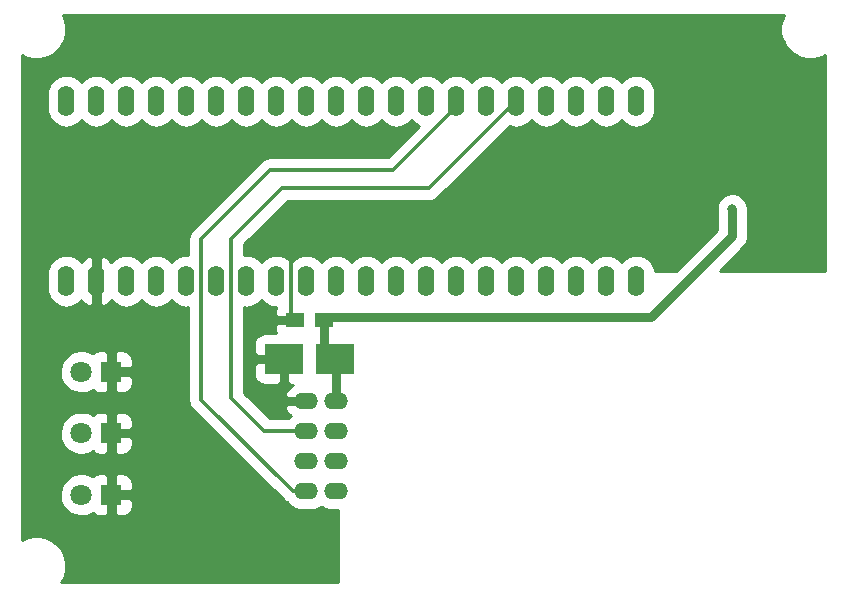
<source format=gbl>
G04 #@! TF.GenerationSoftware,KiCad,Pcbnew,no-vcs-found-5f4599f~59~ubuntu16.04.1*
G04 #@! TF.CreationDate,2017-07-19T11:29:47+03:00*
G04 #@! TF.ProjectId,serial_gw_maple_mini,73657269616C5F67775F6D61706C655F,rev?*
G04 #@! TF.SameCoordinates,Original
G04 #@! TF.FileFunction,Copper,L2,Bot,Signal*
G04 #@! TF.FilePolarity,Positive*
%FSLAX46Y46*%
G04 Gerber Fmt 4.6, Leading zero omitted, Abs format (unit mm)*
G04 Created by KiCad (PCBNEW no-vcs-found-5f4599f~59~ubuntu16.04.1) date Wed Jul 19 11:29:47 2017*
%MOMM*%
%LPD*%
G01*
G04 APERTURE LIST*
%ADD10O,2.000000X1.400000*%
%ADD11O,1.400000X2.600000*%
%ADD12R,3.200000X2.500000*%
%ADD13R,1.500000X1.250000*%
%ADD14C,1.800000*%
%ADD15R,1.800000X1.800000*%
%ADD16C,0.450000*%
%ADD17C,0.800000*%
%ADD18C,0.350000*%
%ADD19C,0.800000*%
%ADD20C,0.254000*%
G04 APERTURE END LIST*
D10*
X165100000Y-81280000D03*
X167640000Y-81280000D03*
X165100000Y-78740000D03*
X167640000Y-78740000D03*
X165100000Y-76200000D03*
X167640000Y-76200000D03*
X165100000Y-73660000D03*
X167640000Y-73660000D03*
D11*
X144780000Y-48260000D03*
X147320000Y-48260000D03*
X149860000Y-48260000D03*
X152400000Y-48260000D03*
X154940000Y-48260000D03*
X157480000Y-48260000D03*
X160020000Y-48260000D03*
X162560000Y-48260000D03*
X165100000Y-48260000D03*
X167640000Y-48260000D03*
X170180000Y-48260000D03*
X172720000Y-48260000D03*
X175260000Y-48260000D03*
X177800000Y-48260000D03*
X180340000Y-48260000D03*
X182880000Y-48260000D03*
X185420000Y-48260000D03*
X187960000Y-48260000D03*
X190500000Y-48260000D03*
X193040000Y-48260000D03*
X193040000Y-63500000D03*
X190500000Y-63500000D03*
X187960000Y-63500000D03*
X185420000Y-63500000D03*
X182880000Y-63500000D03*
X180340000Y-63500000D03*
X177800000Y-63500000D03*
X175260000Y-63500000D03*
X172720000Y-63500000D03*
X170180000Y-63500000D03*
X167640000Y-63500000D03*
X165100000Y-63500000D03*
X162560000Y-63500000D03*
X160020000Y-63500000D03*
X157480000Y-63500000D03*
X154940000Y-63500000D03*
X152400000Y-63500000D03*
X149860000Y-63500000D03*
X147320000Y-63500000D03*
X144780000Y-63500000D03*
D12*
X163204000Y-70104000D03*
X167504000Y-70104000D03*
D13*
X164104000Y-66802000D03*
X166604000Y-66802000D03*
D14*
X146050000Y-81584800D03*
D15*
X148590000Y-81584800D03*
X148590000Y-76377800D03*
D14*
X146050000Y-76377800D03*
X146050000Y-71170800D03*
D15*
X148590000Y-71170800D03*
D16*
X147129286Y-43332500D03*
X149669286Y-43332500D03*
X152209286Y-43332500D03*
X154749286Y-43332500D03*
X157289286Y-43332500D03*
X159829286Y-43332500D03*
X162369286Y-43332500D03*
X164909286Y-43332500D03*
X167449286Y-43332500D03*
X169989286Y-43332500D03*
X172529286Y-43332500D03*
X175069286Y-43332500D03*
X177609286Y-43332500D03*
X180149286Y-43332500D03*
X182689286Y-43332500D03*
X185229286Y-43332500D03*
X187769286Y-43332500D03*
X190309286Y-43332500D03*
X192849286Y-43332500D03*
X195389286Y-43332500D03*
X197929286Y-43332500D03*
X200469286Y-43332500D03*
X203009286Y-43332500D03*
X205549286Y-43332500D03*
X142049286Y-45872500D03*
X144589286Y-45872500D03*
X147129286Y-45872500D03*
X149669286Y-45872500D03*
X152209286Y-45872500D03*
X154749286Y-45872500D03*
X157289286Y-45872500D03*
X159829286Y-45872500D03*
X162369286Y-45872500D03*
X164909286Y-45872500D03*
X167449286Y-45872500D03*
X169989286Y-45872500D03*
X172529286Y-45872500D03*
X175069286Y-45872500D03*
X177609286Y-45872500D03*
X180149286Y-45872500D03*
X182689286Y-45872500D03*
X185229286Y-45872500D03*
X187769286Y-45872500D03*
X190309286Y-45872500D03*
X192849286Y-45872500D03*
X195389286Y-45872500D03*
X205549286Y-45872500D03*
X208089286Y-45872500D03*
X142049286Y-48412500D03*
X195389286Y-48412500D03*
X205549286Y-48412500D03*
X208089286Y-48412500D03*
X142049286Y-50952500D03*
X144589286Y-50952500D03*
X147129286Y-50952500D03*
X157289286Y-50952500D03*
X159829286Y-50952500D03*
X182689286Y-50952500D03*
X185229286Y-50952500D03*
X187769286Y-50952500D03*
X190309286Y-50952500D03*
X192849286Y-50952500D03*
X205549286Y-50952500D03*
X208089286Y-50952500D03*
X142049286Y-53492500D03*
X144589286Y-53492500D03*
X154749286Y-53492500D03*
X157289286Y-53492500D03*
X180149286Y-53492500D03*
X182689286Y-53492500D03*
X185229286Y-53492500D03*
X187769286Y-53492500D03*
X190309286Y-53492500D03*
X192849286Y-53492500D03*
X195389286Y-53492500D03*
X197929286Y-53492500D03*
X205549286Y-53492500D03*
X208089286Y-53492500D03*
X142049286Y-56032500D03*
X152209286Y-56032500D03*
X154749286Y-56032500D03*
X177609286Y-56032500D03*
X180149286Y-56032500D03*
X182689286Y-56032500D03*
X185229286Y-56032500D03*
X187769286Y-56032500D03*
X190309286Y-56032500D03*
X192849286Y-56032500D03*
X195389286Y-56032500D03*
X205549286Y-56032500D03*
X208089286Y-56032500D03*
X149669286Y-58572500D03*
X152209286Y-58572500D03*
X172529286Y-58572500D03*
X175069286Y-58572500D03*
X177609286Y-58572500D03*
X180149286Y-58572500D03*
X182689286Y-58572500D03*
X185229286Y-58572500D03*
X187769286Y-58572500D03*
X190309286Y-58572500D03*
X192849286Y-58572500D03*
X195389286Y-58572500D03*
X197929286Y-58572500D03*
X203009286Y-58572500D03*
X205549286Y-58572500D03*
X208089286Y-58572500D03*
X147129286Y-61112500D03*
X149669286Y-61112500D03*
X152209286Y-61112500D03*
X167449286Y-61112500D03*
X169989286Y-61112500D03*
X172529286Y-61112500D03*
X175069286Y-61112500D03*
X177609286Y-61112500D03*
X180149286Y-61112500D03*
X182689286Y-61112500D03*
X185229286Y-61112500D03*
X187769286Y-61112500D03*
X190309286Y-61112500D03*
X192849286Y-61112500D03*
X195389286Y-61112500D03*
X197929286Y-61112500D03*
X205549286Y-61112500D03*
X208089286Y-61112500D03*
X144589286Y-66192500D03*
X147129286Y-66192500D03*
X149669286Y-66192500D03*
X152209286Y-66192500D03*
X162369286Y-66192500D03*
X144589286Y-68732500D03*
X147129286Y-68732500D03*
X149669286Y-68732500D03*
X152209286Y-68732500D03*
X152209286Y-71272500D03*
X147129286Y-73812500D03*
X149669286Y-73812500D03*
X152209286Y-73812500D03*
X162369286Y-73812500D03*
X152209286Y-76352500D03*
X154749286Y-76352500D03*
X147129286Y-78892500D03*
X149669286Y-78892500D03*
X152209286Y-78892500D03*
X154749286Y-78892500D03*
X157289286Y-78892500D03*
X141287286Y-81432500D03*
X152209286Y-81432500D03*
X154749286Y-81432500D03*
X157289286Y-81432500D03*
X159829286Y-81432500D03*
X141287286Y-83972500D03*
X147129286Y-83972500D03*
X149669286Y-83972500D03*
X152209286Y-83972500D03*
X154749286Y-83972500D03*
X157289286Y-83972500D03*
X159829286Y-83972500D03*
X162369286Y-83972500D03*
X164909286Y-83972500D03*
X167449286Y-83972500D03*
X147129286Y-86512500D03*
X149669286Y-86512500D03*
X152209286Y-86512500D03*
X154749286Y-86512500D03*
X157289286Y-86512500D03*
X159829286Y-86512500D03*
X162369286Y-86512500D03*
X164909286Y-86512500D03*
X167449286Y-86512500D03*
D17*
X163830000Y-61214000D03*
X201168000Y-57404002D03*
D18*
X164104000Y-66802000D02*
X164084000Y-66802000D01*
X164084000Y-66802000D02*
X163830000Y-66548000D01*
X163830000Y-66548000D02*
X163830000Y-61214000D01*
D19*
X166604000Y-66802000D02*
X166858000Y-66548000D01*
X166858000Y-66548000D02*
X194310000Y-66548000D01*
X194310000Y-66548000D02*
X201168000Y-59690000D01*
X201168000Y-59690000D02*
X201168000Y-57404002D01*
X167640000Y-73660000D02*
X167640000Y-70240000D01*
X167640000Y-70240000D02*
X167504000Y-70104000D01*
X166604000Y-66802000D02*
X166604000Y-69204000D01*
X166604000Y-69204000D02*
X167504000Y-70104000D01*
D18*
X165100000Y-76200000D02*
X161544000Y-76200000D01*
X161544000Y-76200000D02*
X158755199Y-73411199D01*
X158755199Y-59938801D02*
X163068000Y-55626000D01*
X158755199Y-73411199D02*
X158755199Y-59938801D01*
X163068000Y-55626000D02*
X175514000Y-55626000D01*
X175514000Y-55626000D02*
X182880000Y-48260000D01*
X177800000Y-48260000D02*
X177800000Y-48768000D01*
X162052000Y-54102000D02*
X156215199Y-59938801D01*
X177800000Y-48768000D02*
X172466000Y-54102000D01*
X172466000Y-54102000D02*
X162052000Y-54102000D01*
X156215199Y-59938801D02*
X156215199Y-73540199D01*
X156215199Y-73540199D02*
X163955000Y-81280000D01*
X163955000Y-81280000D02*
X164700000Y-81280000D01*
X164700000Y-81280000D02*
X165100000Y-81280000D01*
D20*
G36*
X205351633Y-41396214D02*
X205248598Y-41880955D01*
X205241678Y-42376477D01*
X205331138Y-42863906D01*
X205513570Y-43324675D01*
X205782024Y-43741235D01*
X206126276Y-44097719D01*
X206533214Y-44380547D01*
X206987336Y-44578948D01*
X207471345Y-44685365D01*
X207966807Y-44695743D01*
X208454848Y-44609688D01*
X208916880Y-44430478D01*
X208998000Y-44378998D01*
X208998000Y-62611000D01*
X200123661Y-62611000D01*
X202106331Y-60628330D01*
X202184119Y-60533630D01*
X202262926Y-60439711D01*
X202266289Y-60433593D01*
X202270716Y-60428204D01*
X202328616Y-60320221D01*
X202387693Y-60212761D01*
X202389803Y-60206108D01*
X202393100Y-60199960D01*
X202428928Y-60082772D01*
X202466002Y-59965899D01*
X202466780Y-59958962D01*
X202468820Y-59952290D01*
X202481204Y-59830367D01*
X202494871Y-59708528D01*
X202494966Y-59694887D01*
X202494992Y-59694631D01*
X202494969Y-59694392D01*
X202495000Y-59690000D01*
X202495000Y-57404002D01*
X202493460Y-57388293D01*
X202495057Y-57273883D01*
X202444510Y-57018601D01*
X202345341Y-56777999D01*
X202201327Y-56561241D01*
X202017955Y-56376583D01*
X201802207Y-56231060D01*
X201562303Y-56130214D01*
X201307380Y-56077886D01*
X201047149Y-56076069D01*
X200791520Y-56124833D01*
X200550231Y-56222320D01*
X200332473Y-56364816D01*
X200146540Y-56546896D01*
X199999514Y-56761622D01*
X199896996Y-57000816D01*
X199842889Y-57255367D01*
X199839255Y-57515580D01*
X199841000Y-57525088D01*
X199841000Y-59140339D01*
X196370338Y-62611000D01*
X194639720Y-62611000D01*
X194636014Y-62573205D01*
X194544236Y-62269222D01*
X194395163Y-61988856D01*
X194194472Y-61742784D01*
X193949807Y-61540380D01*
X193670488Y-61389353D01*
X193367154Y-61295455D01*
X193051359Y-61262264D01*
X192735131Y-61291043D01*
X192430515Y-61380696D01*
X192149115Y-61527808D01*
X191901648Y-61726777D01*
X191769683Y-61884047D01*
X191654472Y-61742784D01*
X191409807Y-61540380D01*
X191130488Y-61389353D01*
X190827154Y-61295455D01*
X190511359Y-61262264D01*
X190195131Y-61291043D01*
X189890515Y-61380696D01*
X189609115Y-61527808D01*
X189361648Y-61726777D01*
X189229683Y-61884047D01*
X189114472Y-61742784D01*
X188869807Y-61540380D01*
X188590488Y-61389353D01*
X188287154Y-61295455D01*
X187971359Y-61262264D01*
X187655131Y-61291043D01*
X187350515Y-61380696D01*
X187069115Y-61527808D01*
X186821648Y-61726777D01*
X186689683Y-61884047D01*
X186574472Y-61742784D01*
X186329807Y-61540380D01*
X186050488Y-61389353D01*
X185747154Y-61295455D01*
X185431359Y-61262264D01*
X185115131Y-61291043D01*
X184810515Y-61380696D01*
X184529115Y-61527808D01*
X184281648Y-61726777D01*
X184149683Y-61884047D01*
X184034472Y-61742784D01*
X183789807Y-61540380D01*
X183510488Y-61389353D01*
X183207154Y-61295455D01*
X182891359Y-61262264D01*
X182575131Y-61291043D01*
X182270515Y-61380696D01*
X181989115Y-61527808D01*
X181741648Y-61726777D01*
X181609683Y-61884047D01*
X181494472Y-61742784D01*
X181249807Y-61540380D01*
X180970488Y-61389353D01*
X180667154Y-61295455D01*
X180351359Y-61262264D01*
X180035131Y-61291043D01*
X179730515Y-61380696D01*
X179449115Y-61527808D01*
X179201648Y-61726777D01*
X179069683Y-61884047D01*
X178954472Y-61742784D01*
X178709807Y-61540380D01*
X178430488Y-61389353D01*
X178127154Y-61295455D01*
X177811359Y-61262264D01*
X177495131Y-61291043D01*
X177190515Y-61380696D01*
X176909115Y-61527808D01*
X176661648Y-61726777D01*
X176529683Y-61884047D01*
X176414472Y-61742784D01*
X176169807Y-61540380D01*
X175890488Y-61389353D01*
X175587154Y-61295455D01*
X175271359Y-61262264D01*
X174955131Y-61291043D01*
X174650515Y-61380696D01*
X174369115Y-61527808D01*
X174121648Y-61726777D01*
X173989683Y-61884047D01*
X173874472Y-61742784D01*
X173629807Y-61540380D01*
X173350488Y-61389353D01*
X173047154Y-61295455D01*
X172731359Y-61262264D01*
X172415131Y-61291043D01*
X172110515Y-61380696D01*
X171829115Y-61527808D01*
X171581648Y-61726777D01*
X171449683Y-61884047D01*
X171334472Y-61742784D01*
X171089807Y-61540380D01*
X170810488Y-61389353D01*
X170507154Y-61295455D01*
X170191359Y-61262264D01*
X169875131Y-61291043D01*
X169570515Y-61380696D01*
X169289115Y-61527808D01*
X169041648Y-61726777D01*
X168909683Y-61884047D01*
X168794472Y-61742784D01*
X168549807Y-61540380D01*
X168270488Y-61389353D01*
X167967154Y-61295455D01*
X167651359Y-61262264D01*
X167335131Y-61291043D01*
X167030515Y-61380696D01*
X166749115Y-61527808D01*
X166501648Y-61726777D01*
X166369683Y-61884047D01*
X166254472Y-61742784D01*
X166009807Y-61540380D01*
X165730488Y-61389353D01*
X165427154Y-61295455D01*
X165111359Y-61262264D01*
X164795131Y-61291043D01*
X164490515Y-61380696D01*
X164209115Y-61527808D01*
X163961648Y-61726777D01*
X163829683Y-61884047D01*
X163714472Y-61742784D01*
X163469807Y-61540380D01*
X163190488Y-61389353D01*
X162887154Y-61295455D01*
X162571359Y-61262264D01*
X162255131Y-61291043D01*
X161950515Y-61380696D01*
X161669115Y-61527808D01*
X161421648Y-61726777D01*
X161289683Y-61884047D01*
X161174472Y-61742784D01*
X160929807Y-61540380D01*
X160650488Y-61389353D01*
X160347154Y-61295455D01*
X160031359Y-61262264D01*
X159857199Y-61278114D01*
X159857199Y-60395265D01*
X163524463Y-56728000D01*
X175514000Y-56728000D01*
X175615296Y-56718068D01*
X175716714Y-56709195D01*
X175722278Y-56707579D01*
X175728046Y-56707013D01*
X175825545Y-56677576D01*
X175923247Y-56649191D01*
X175928388Y-56646526D01*
X175933940Y-56644850D01*
X176023845Y-56597046D01*
X176114192Y-56550215D01*
X176118722Y-56546599D01*
X176123837Y-56543879D01*
X176202694Y-56479565D01*
X176282276Y-56416036D01*
X176290344Y-56408080D01*
X176290507Y-56407947D01*
X176290632Y-56407796D01*
X176293232Y-56405232D01*
X182309307Y-50389157D01*
X182552846Y-50464545D01*
X182868641Y-50497736D01*
X183184869Y-50468957D01*
X183489485Y-50379304D01*
X183770885Y-50232192D01*
X184018352Y-50033223D01*
X184150317Y-49875953D01*
X184265528Y-50017216D01*
X184510193Y-50219620D01*
X184789512Y-50370647D01*
X185092846Y-50464545D01*
X185408641Y-50497736D01*
X185724869Y-50468957D01*
X186029485Y-50379304D01*
X186310885Y-50232192D01*
X186558352Y-50033223D01*
X186690317Y-49875953D01*
X186805528Y-50017216D01*
X187050193Y-50219620D01*
X187329512Y-50370647D01*
X187632846Y-50464545D01*
X187948641Y-50497736D01*
X188264869Y-50468957D01*
X188569485Y-50379304D01*
X188850885Y-50232192D01*
X189098352Y-50033223D01*
X189230317Y-49875953D01*
X189345528Y-50017216D01*
X189590193Y-50219620D01*
X189869512Y-50370647D01*
X190172846Y-50464545D01*
X190488641Y-50497736D01*
X190804869Y-50468957D01*
X191109485Y-50379304D01*
X191390885Y-50232192D01*
X191638352Y-50033223D01*
X191770317Y-49875953D01*
X191885528Y-50017216D01*
X192130193Y-50219620D01*
X192409512Y-50370647D01*
X192712846Y-50464545D01*
X193028641Y-50497736D01*
X193344869Y-50468957D01*
X193649485Y-50379304D01*
X193930885Y-50232192D01*
X194178352Y-50033223D01*
X194382460Y-49789977D01*
X194535433Y-49511719D01*
X194631446Y-49209048D01*
X194666841Y-48893492D01*
X194667000Y-48870776D01*
X194667000Y-47649224D01*
X194636014Y-47333205D01*
X194544236Y-47029222D01*
X194395163Y-46748856D01*
X194194472Y-46502784D01*
X193949807Y-46300380D01*
X193670488Y-46149353D01*
X193367154Y-46055455D01*
X193051359Y-46022264D01*
X192735131Y-46051043D01*
X192430515Y-46140696D01*
X192149115Y-46287808D01*
X191901648Y-46486777D01*
X191769683Y-46644047D01*
X191654472Y-46502784D01*
X191409807Y-46300380D01*
X191130488Y-46149353D01*
X190827154Y-46055455D01*
X190511359Y-46022264D01*
X190195131Y-46051043D01*
X189890515Y-46140696D01*
X189609115Y-46287808D01*
X189361648Y-46486777D01*
X189229683Y-46644047D01*
X189114472Y-46502784D01*
X188869807Y-46300380D01*
X188590488Y-46149353D01*
X188287154Y-46055455D01*
X187971359Y-46022264D01*
X187655131Y-46051043D01*
X187350515Y-46140696D01*
X187069115Y-46287808D01*
X186821648Y-46486777D01*
X186689683Y-46644047D01*
X186574472Y-46502784D01*
X186329807Y-46300380D01*
X186050488Y-46149353D01*
X185747154Y-46055455D01*
X185431359Y-46022264D01*
X185115131Y-46051043D01*
X184810515Y-46140696D01*
X184529115Y-46287808D01*
X184281648Y-46486777D01*
X184149683Y-46644047D01*
X184034472Y-46502784D01*
X183789807Y-46300380D01*
X183510488Y-46149353D01*
X183207154Y-46055455D01*
X182891359Y-46022264D01*
X182575131Y-46051043D01*
X182270515Y-46140696D01*
X181989115Y-46287808D01*
X181741648Y-46486777D01*
X181609683Y-46644047D01*
X181494472Y-46502784D01*
X181249807Y-46300380D01*
X180970488Y-46149353D01*
X180667154Y-46055455D01*
X180351359Y-46022264D01*
X180035131Y-46051043D01*
X179730515Y-46140696D01*
X179449115Y-46287808D01*
X179201648Y-46486777D01*
X179069683Y-46644047D01*
X178954472Y-46502784D01*
X178709807Y-46300380D01*
X178430488Y-46149353D01*
X178127154Y-46055455D01*
X177811359Y-46022264D01*
X177495131Y-46051043D01*
X177190515Y-46140696D01*
X176909115Y-46287808D01*
X176661648Y-46486777D01*
X176529683Y-46644047D01*
X176414472Y-46502784D01*
X176169807Y-46300380D01*
X175890488Y-46149353D01*
X175587154Y-46055455D01*
X175271359Y-46022264D01*
X174955131Y-46051043D01*
X174650515Y-46140696D01*
X174369115Y-46287808D01*
X174121648Y-46486777D01*
X173989683Y-46644047D01*
X173874472Y-46502784D01*
X173629807Y-46300380D01*
X173350488Y-46149353D01*
X173047154Y-46055455D01*
X172731359Y-46022264D01*
X172415131Y-46051043D01*
X172110515Y-46140696D01*
X171829115Y-46287808D01*
X171581648Y-46486777D01*
X171449683Y-46644047D01*
X171334472Y-46502784D01*
X171089807Y-46300380D01*
X170810488Y-46149353D01*
X170507154Y-46055455D01*
X170191359Y-46022264D01*
X169875131Y-46051043D01*
X169570515Y-46140696D01*
X169289115Y-46287808D01*
X169041648Y-46486777D01*
X168909683Y-46644047D01*
X168794472Y-46502784D01*
X168549807Y-46300380D01*
X168270488Y-46149353D01*
X167967154Y-46055455D01*
X167651359Y-46022264D01*
X167335131Y-46051043D01*
X167030515Y-46140696D01*
X166749115Y-46287808D01*
X166501648Y-46486777D01*
X166369683Y-46644047D01*
X166254472Y-46502784D01*
X166009807Y-46300380D01*
X165730488Y-46149353D01*
X165427154Y-46055455D01*
X165111359Y-46022264D01*
X164795131Y-46051043D01*
X164490515Y-46140696D01*
X164209115Y-46287808D01*
X163961648Y-46486777D01*
X163829683Y-46644047D01*
X163714472Y-46502784D01*
X163469807Y-46300380D01*
X163190488Y-46149353D01*
X162887154Y-46055455D01*
X162571359Y-46022264D01*
X162255131Y-46051043D01*
X161950515Y-46140696D01*
X161669115Y-46287808D01*
X161421648Y-46486777D01*
X161289683Y-46644047D01*
X161174472Y-46502784D01*
X160929807Y-46300380D01*
X160650488Y-46149353D01*
X160347154Y-46055455D01*
X160031359Y-46022264D01*
X159715131Y-46051043D01*
X159410515Y-46140696D01*
X159129115Y-46287808D01*
X158881648Y-46486777D01*
X158749683Y-46644047D01*
X158634472Y-46502784D01*
X158389807Y-46300380D01*
X158110488Y-46149353D01*
X157807154Y-46055455D01*
X157491359Y-46022264D01*
X157175131Y-46051043D01*
X156870515Y-46140696D01*
X156589115Y-46287808D01*
X156341648Y-46486777D01*
X156209683Y-46644047D01*
X156094472Y-46502784D01*
X155849807Y-46300380D01*
X155570488Y-46149353D01*
X155267154Y-46055455D01*
X154951359Y-46022264D01*
X154635131Y-46051043D01*
X154330515Y-46140696D01*
X154049115Y-46287808D01*
X153801648Y-46486777D01*
X153669683Y-46644047D01*
X153554472Y-46502784D01*
X153309807Y-46300380D01*
X153030488Y-46149353D01*
X152727154Y-46055455D01*
X152411359Y-46022264D01*
X152095131Y-46051043D01*
X151790515Y-46140696D01*
X151509115Y-46287808D01*
X151261648Y-46486777D01*
X151129683Y-46644047D01*
X151014472Y-46502784D01*
X150769807Y-46300380D01*
X150490488Y-46149353D01*
X150187154Y-46055455D01*
X149871359Y-46022264D01*
X149555131Y-46051043D01*
X149250515Y-46140696D01*
X148969115Y-46287808D01*
X148721648Y-46486777D01*
X148589683Y-46644047D01*
X148474472Y-46502784D01*
X148229807Y-46300380D01*
X147950488Y-46149353D01*
X147647154Y-46055455D01*
X147331359Y-46022264D01*
X147015131Y-46051043D01*
X146710515Y-46140696D01*
X146429115Y-46287808D01*
X146181648Y-46486777D01*
X146049683Y-46644047D01*
X145934472Y-46502784D01*
X145689807Y-46300380D01*
X145410488Y-46149353D01*
X145107154Y-46055455D01*
X144791359Y-46022264D01*
X144475131Y-46051043D01*
X144170515Y-46140696D01*
X143889115Y-46287808D01*
X143641648Y-46486777D01*
X143437540Y-46730023D01*
X143284567Y-47008281D01*
X143188554Y-47310952D01*
X143153159Y-47626508D01*
X143153000Y-47649224D01*
X143153000Y-48870776D01*
X143183986Y-49186795D01*
X143275764Y-49490778D01*
X143424837Y-49771144D01*
X143625528Y-50017216D01*
X143870193Y-50219620D01*
X144149512Y-50370647D01*
X144452846Y-50464545D01*
X144768641Y-50497736D01*
X145084869Y-50468957D01*
X145389485Y-50379304D01*
X145670885Y-50232192D01*
X145918352Y-50033223D01*
X146050317Y-49875953D01*
X146165528Y-50017216D01*
X146410193Y-50219620D01*
X146689512Y-50370647D01*
X146992846Y-50464545D01*
X147308641Y-50497736D01*
X147624869Y-50468957D01*
X147929485Y-50379304D01*
X148210885Y-50232192D01*
X148458352Y-50033223D01*
X148590317Y-49875953D01*
X148705528Y-50017216D01*
X148950193Y-50219620D01*
X149229512Y-50370647D01*
X149532846Y-50464545D01*
X149848641Y-50497736D01*
X150164869Y-50468957D01*
X150469485Y-50379304D01*
X150750885Y-50232192D01*
X150998352Y-50033223D01*
X151130317Y-49875953D01*
X151245528Y-50017216D01*
X151490193Y-50219620D01*
X151769512Y-50370647D01*
X152072846Y-50464545D01*
X152388641Y-50497736D01*
X152704869Y-50468957D01*
X153009485Y-50379304D01*
X153290885Y-50232192D01*
X153538352Y-50033223D01*
X153670317Y-49875953D01*
X153785528Y-50017216D01*
X154030193Y-50219620D01*
X154309512Y-50370647D01*
X154612846Y-50464545D01*
X154928641Y-50497736D01*
X155244869Y-50468957D01*
X155549485Y-50379304D01*
X155830885Y-50232192D01*
X156078352Y-50033223D01*
X156210317Y-49875953D01*
X156325528Y-50017216D01*
X156570193Y-50219620D01*
X156849512Y-50370647D01*
X157152846Y-50464545D01*
X157468641Y-50497736D01*
X157784869Y-50468957D01*
X158089485Y-50379304D01*
X158370885Y-50232192D01*
X158618352Y-50033223D01*
X158750317Y-49875953D01*
X158865528Y-50017216D01*
X159110193Y-50219620D01*
X159389512Y-50370647D01*
X159692846Y-50464545D01*
X160008641Y-50497736D01*
X160324869Y-50468957D01*
X160629485Y-50379304D01*
X160910885Y-50232192D01*
X161158352Y-50033223D01*
X161290317Y-49875953D01*
X161405528Y-50017216D01*
X161650193Y-50219620D01*
X161929512Y-50370647D01*
X162232846Y-50464545D01*
X162548641Y-50497736D01*
X162864869Y-50468957D01*
X163169485Y-50379304D01*
X163450885Y-50232192D01*
X163698352Y-50033223D01*
X163830317Y-49875953D01*
X163945528Y-50017216D01*
X164190193Y-50219620D01*
X164469512Y-50370647D01*
X164772846Y-50464545D01*
X165088641Y-50497736D01*
X165404869Y-50468957D01*
X165709485Y-50379304D01*
X165990885Y-50232192D01*
X166238352Y-50033223D01*
X166370317Y-49875953D01*
X166485528Y-50017216D01*
X166730193Y-50219620D01*
X167009512Y-50370647D01*
X167312846Y-50464545D01*
X167628641Y-50497736D01*
X167944869Y-50468957D01*
X168249485Y-50379304D01*
X168530885Y-50232192D01*
X168778352Y-50033223D01*
X168910317Y-49875953D01*
X169025528Y-50017216D01*
X169270193Y-50219620D01*
X169549512Y-50370647D01*
X169852846Y-50464545D01*
X170168641Y-50497736D01*
X170484869Y-50468957D01*
X170789485Y-50379304D01*
X171070885Y-50232192D01*
X171318352Y-50033223D01*
X171450317Y-49875953D01*
X171565528Y-50017216D01*
X171810193Y-50219620D01*
X172089512Y-50370647D01*
X172392846Y-50464545D01*
X172708641Y-50497736D01*
X173024869Y-50468957D01*
X173329485Y-50379304D01*
X173610885Y-50232192D01*
X173858352Y-50033223D01*
X173990317Y-49875953D01*
X174105528Y-50017216D01*
X174350193Y-50219620D01*
X174629512Y-50370647D01*
X174636672Y-50372864D01*
X172009536Y-53000000D01*
X162052000Y-53000000D01*
X161950704Y-53009932D01*
X161849286Y-53018805D01*
X161843722Y-53020421D01*
X161837954Y-53020987D01*
X161740455Y-53050424D01*
X161642753Y-53078809D01*
X161637612Y-53081474D01*
X161632060Y-53083150D01*
X161542155Y-53130954D01*
X161451808Y-53177785D01*
X161447278Y-53181401D01*
X161442163Y-53184121D01*
X161363300Y-53248440D01*
X161283723Y-53311965D01*
X161275656Y-53319920D01*
X161275493Y-53320053D01*
X161275368Y-53320204D01*
X161272768Y-53322768D01*
X155435967Y-59159569D01*
X155371342Y-59238246D01*
X155305924Y-59316207D01*
X155303133Y-59321285D01*
X155299454Y-59325763D01*
X155251344Y-59415488D01*
X155202312Y-59504677D01*
X155200560Y-59510200D01*
X155197821Y-59515308D01*
X155168070Y-59612621D01*
X155137280Y-59709682D01*
X155136633Y-59715446D01*
X155134941Y-59720982D01*
X155124663Y-59822169D01*
X155113306Y-59923415D01*
X155113227Y-59934745D01*
X155113206Y-59934954D01*
X155113224Y-59935149D01*
X155113199Y-59938801D01*
X155113199Y-61279274D01*
X154951359Y-61262264D01*
X154635131Y-61291043D01*
X154330515Y-61380696D01*
X154049115Y-61527808D01*
X153801648Y-61726777D01*
X153669683Y-61884047D01*
X153554472Y-61742784D01*
X153309807Y-61540380D01*
X153030488Y-61389353D01*
X152727154Y-61295455D01*
X152411359Y-61262264D01*
X152095131Y-61291043D01*
X151790515Y-61380696D01*
X151509115Y-61527808D01*
X151261648Y-61726777D01*
X151129683Y-61884047D01*
X151014472Y-61742784D01*
X150769807Y-61540380D01*
X150490488Y-61389353D01*
X150187154Y-61295455D01*
X149871359Y-61262264D01*
X149555131Y-61291043D01*
X149250515Y-61380696D01*
X148969115Y-61527808D01*
X148721648Y-61726777D01*
X148600171Y-61871547D01*
X148521130Y-61769096D01*
X148277422Y-61556497D01*
X147996921Y-61395528D01*
X147840549Y-61358521D01*
X147593000Y-61531719D01*
X147593000Y-63227000D01*
X147613000Y-63227000D01*
X147613000Y-63773000D01*
X147593000Y-63773000D01*
X147593000Y-65468281D01*
X147840549Y-65641479D01*
X147996921Y-65604472D01*
X148277422Y-65443503D01*
X148521130Y-65230904D01*
X148600336Y-65128238D01*
X148705528Y-65257216D01*
X148950193Y-65459620D01*
X149229512Y-65610647D01*
X149532846Y-65704545D01*
X149848641Y-65737736D01*
X150164869Y-65708957D01*
X150469485Y-65619304D01*
X150750885Y-65472192D01*
X150998352Y-65273223D01*
X151130317Y-65115953D01*
X151245528Y-65257216D01*
X151490193Y-65459620D01*
X151769512Y-65610647D01*
X152072846Y-65704545D01*
X152388641Y-65737736D01*
X152704869Y-65708957D01*
X153009485Y-65619304D01*
X153290885Y-65472192D01*
X153538352Y-65273223D01*
X153670317Y-65115953D01*
X153785528Y-65257216D01*
X154030193Y-65459620D01*
X154309512Y-65610647D01*
X154612846Y-65704545D01*
X154928641Y-65737736D01*
X155113199Y-65720940D01*
X155113199Y-73540199D01*
X155123131Y-73641495D01*
X155132004Y-73742913D01*
X155133620Y-73748477D01*
X155134186Y-73754245D01*
X155163623Y-73851744D01*
X155192008Y-73949446D01*
X155194673Y-73954587D01*
X155196349Y-73960139D01*
X155244153Y-74050044D01*
X155290984Y-74140391D01*
X155294600Y-74144921D01*
X155297320Y-74150036D01*
X155361634Y-74228893D01*
X155425163Y-74308475D01*
X155433119Y-74316543D01*
X155433252Y-74316706D01*
X155433403Y-74316831D01*
X155435967Y-74319431D01*
X163175769Y-82059232D01*
X163254420Y-82123837D01*
X163332406Y-82189275D01*
X163337484Y-82192067D01*
X163341962Y-82195745D01*
X163431687Y-82243855D01*
X163520876Y-82292887D01*
X163526399Y-82294639D01*
X163530551Y-82296865D01*
X163628229Y-82418352D01*
X163871475Y-82622460D01*
X164149733Y-82775433D01*
X164452404Y-82871446D01*
X164767960Y-82906841D01*
X164790676Y-82907000D01*
X165409324Y-82907000D01*
X165725343Y-82876014D01*
X166029326Y-82784236D01*
X166309692Y-82635163D01*
X166368984Y-82586806D01*
X166411475Y-82622460D01*
X166689733Y-82775433D01*
X166992404Y-82871446D01*
X167307960Y-82906841D01*
X167330676Y-82907000D01*
X167767000Y-82907000D01*
X167767000Y-88998000D01*
X144367590Y-88998000D01*
X144447845Y-88884231D01*
X144649412Y-88431505D01*
X144759204Y-87948250D01*
X144767108Y-87382215D01*
X144670852Y-86896083D01*
X144482004Y-86437905D01*
X144207760Y-86025134D01*
X143858564Y-85673492D01*
X143447718Y-85396373D01*
X142990870Y-85204331D01*
X142505421Y-85104683D01*
X142009863Y-85101223D01*
X141523071Y-85194084D01*
X141063586Y-85379728D01*
X141002000Y-85420029D01*
X141002000Y-81738419D01*
X144220599Y-81738419D01*
X144285277Y-82090826D01*
X144417174Y-82423959D01*
X144611264Y-82725128D01*
X144860156Y-82982862D01*
X145154368Y-83187345D01*
X145482694Y-83330788D01*
X145832629Y-83407726D01*
X146190844Y-83415229D01*
X146543694Y-83353012D01*
X146877739Y-83223445D01*
X147024519Y-83130295D01*
X147099072Y-83204848D01*
X147250901Y-83306297D01*
X147419605Y-83376176D01*
X147598699Y-83411800D01*
X148085250Y-83411800D01*
X148317000Y-83180050D01*
X148317000Y-81857800D01*
X148863000Y-81857800D01*
X148863000Y-83180050D01*
X149094750Y-83411800D01*
X149581301Y-83411800D01*
X149760395Y-83376176D01*
X149929099Y-83306297D01*
X150080928Y-83204848D01*
X150210048Y-83075728D01*
X150311496Y-82923900D01*
X150381376Y-82755196D01*
X150417000Y-82576102D01*
X150417000Y-82089550D01*
X150185250Y-81857800D01*
X148863000Y-81857800D01*
X148317000Y-81857800D01*
X148297000Y-81857800D01*
X148297000Y-81311800D01*
X148317000Y-81311800D01*
X148317000Y-79989550D01*
X148863000Y-79989550D01*
X148863000Y-81311800D01*
X150185250Y-81311800D01*
X150417000Y-81080050D01*
X150417000Y-80593498D01*
X150381376Y-80414404D01*
X150311496Y-80245700D01*
X150210048Y-80093872D01*
X150080928Y-79964752D01*
X149929099Y-79863303D01*
X149760395Y-79793424D01*
X149581301Y-79757800D01*
X149094750Y-79757800D01*
X148863000Y-79989550D01*
X148317000Y-79989550D01*
X148085250Y-79757800D01*
X147598699Y-79757800D01*
X147419605Y-79793424D01*
X147250901Y-79863303D01*
X147099072Y-79964752D01*
X147025139Y-80038685D01*
X146923170Y-79969906D01*
X146592873Y-79831062D01*
X146241898Y-79759017D01*
X145883613Y-79756516D01*
X145531666Y-79823653D01*
X145199463Y-79957872D01*
X144899656Y-80154060D01*
X144643665Y-80404745D01*
X144441241Y-80700377D01*
X144300094Y-81029697D01*
X144225601Y-81380161D01*
X144220599Y-81738419D01*
X141002000Y-81738419D01*
X141002000Y-76531419D01*
X144220599Y-76531419D01*
X144285277Y-76883826D01*
X144417174Y-77216959D01*
X144611264Y-77518128D01*
X144860156Y-77775862D01*
X145154368Y-77980345D01*
X145482694Y-78123788D01*
X145832629Y-78200726D01*
X146190844Y-78208229D01*
X146543694Y-78146012D01*
X146877739Y-78016445D01*
X147024519Y-77923295D01*
X147099072Y-77997848D01*
X147250901Y-78099297D01*
X147419605Y-78169176D01*
X147598699Y-78204800D01*
X148085250Y-78204800D01*
X148317000Y-77973050D01*
X148317000Y-76650800D01*
X148863000Y-76650800D01*
X148863000Y-77973050D01*
X149094750Y-78204800D01*
X149581301Y-78204800D01*
X149760395Y-78169176D01*
X149929099Y-78099297D01*
X150080928Y-77997848D01*
X150210048Y-77868728D01*
X150311496Y-77716900D01*
X150381376Y-77548196D01*
X150417000Y-77369102D01*
X150417000Y-76882550D01*
X150185250Y-76650800D01*
X148863000Y-76650800D01*
X148317000Y-76650800D01*
X148297000Y-76650800D01*
X148297000Y-76104800D01*
X148317000Y-76104800D01*
X148317000Y-74782550D01*
X148863000Y-74782550D01*
X148863000Y-76104800D01*
X150185250Y-76104800D01*
X150417000Y-75873050D01*
X150417000Y-75386498D01*
X150381376Y-75207404D01*
X150311496Y-75038700D01*
X150210048Y-74886872D01*
X150080928Y-74757752D01*
X149929099Y-74656303D01*
X149760395Y-74586424D01*
X149581301Y-74550800D01*
X149094750Y-74550800D01*
X148863000Y-74782550D01*
X148317000Y-74782550D01*
X148085250Y-74550800D01*
X147598699Y-74550800D01*
X147419605Y-74586424D01*
X147250901Y-74656303D01*
X147099072Y-74757752D01*
X147025139Y-74831685D01*
X146923170Y-74762906D01*
X146592873Y-74624062D01*
X146241898Y-74552017D01*
X145883613Y-74549516D01*
X145531666Y-74616653D01*
X145199463Y-74750872D01*
X144899656Y-74947060D01*
X144643665Y-75197745D01*
X144441241Y-75493377D01*
X144300094Y-75822697D01*
X144225601Y-76173161D01*
X144220599Y-76531419D01*
X141002000Y-76531419D01*
X141002000Y-71324419D01*
X144220599Y-71324419D01*
X144285277Y-71676826D01*
X144417174Y-72009959D01*
X144611264Y-72311128D01*
X144860156Y-72568862D01*
X145154368Y-72773345D01*
X145482694Y-72916788D01*
X145832629Y-72993726D01*
X146190844Y-73001229D01*
X146543694Y-72939012D01*
X146877739Y-72809445D01*
X147024519Y-72716295D01*
X147099072Y-72790848D01*
X147250901Y-72892297D01*
X147419605Y-72962176D01*
X147598699Y-72997800D01*
X148085250Y-72997800D01*
X148317000Y-72766050D01*
X148317000Y-71443800D01*
X148863000Y-71443800D01*
X148863000Y-72766050D01*
X149094750Y-72997800D01*
X149581301Y-72997800D01*
X149760395Y-72962176D01*
X149929099Y-72892297D01*
X150080928Y-72790848D01*
X150210048Y-72661728D01*
X150311496Y-72509900D01*
X150381376Y-72341196D01*
X150417000Y-72162102D01*
X150417000Y-71675550D01*
X150185250Y-71443800D01*
X148863000Y-71443800D01*
X148317000Y-71443800D01*
X148297000Y-71443800D01*
X148297000Y-70897800D01*
X148317000Y-70897800D01*
X148317000Y-69575550D01*
X148863000Y-69575550D01*
X148863000Y-70897800D01*
X150185250Y-70897800D01*
X150417000Y-70666050D01*
X150417000Y-70179498D01*
X150381376Y-70000404D01*
X150311496Y-69831700D01*
X150210048Y-69679872D01*
X150080928Y-69550752D01*
X149929099Y-69449303D01*
X149760395Y-69379424D01*
X149581301Y-69343800D01*
X149094750Y-69343800D01*
X148863000Y-69575550D01*
X148317000Y-69575550D01*
X148085250Y-69343800D01*
X147598699Y-69343800D01*
X147419605Y-69379424D01*
X147250901Y-69449303D01*
X147099072Y-69550752D01*
X147025139Y-69624685D01*
X146923170Y-69555906D01*
X146592873Y-69417062D01*
X146241898Y-69345017D01*
X145883613Y-69342516D01*
X145531666Y-69409653D01*
X145199463Y-69543872D01*
X144899656Y-69740060D01*
X144643665Y-69990745D01*
X144441241Y-70286377D01*
X144300094Y-70615697D01*
X144225601Y-70966161D01*
X144220599Y-71324419D01*
X141002000Y-71324419D01*
X141002000Y-62889224D01*
X143153000Y-62889224D01*
X143153000Y-64110776D01*
X143183986Y-64426795D01*
X143275764Y-64730778D01*
X143424837Y-65011144D01*
X143625528Y-65257216D01*
X143870193Y-65459620D01*
X144149512Y-65610647D01*
X144452846Y-65704545D01*
X144768641Y-65737736D01*
X145084869Y-65708957D01*
X145389485Y-65619304D01*
X145670885Y-65472192D01*
X145918352Y-65273223D01*
X146039829Y-65128453D01*
X146118870Y-65230904D01*
X146362578Y-65443503D01*
X146643079Y-65604472D01*
X146799451Y-65641479D01*
X147047000Y-65468281D01*
X147047000Y-63773000D01*
X147027000Y-63773000D01*
X147027000Y-63227000D01*
X147047000Y-63227000D01*
X147047000Y-61531719D01*
X146799451Y-61358521D01*
X146643079Y-61395528D01*
X146362578Y-61556497D01*
X146118870Y-61769096D01*
X146039664Y-61871762D01*
X145934472Y-61742784D01*
X145689807Y-61540380D01*
X145410488Y-61389353D01*
X145107154Y-61295455D01*
X144791359Y-61262264D01*
X144475131Y-61291043D01*
X144170515Y-61380696D01*
X143889115Y-61527808D01*
X143641648Y-61726777D01*
X143437540Y-61970023D01*
X143284567Y-62248281D01*
X143188554Y-62550952D01*
X143153159Y-62866508D01*
X143153000Y-62889224D01*
X141002000Y-62889224D01*
X141002000Y-44380890D01*
X141455336Y-44578948D01*
X141939345Y-44685365D01*
X142434807Y-44695743D01*
X142922848Y-44609688D01*
X143384880Y-44430478D01*
X143803304Y-44164938D01*
X144162182Y-43823183D01*
X144447845Y-43418231D01*
X144649412Y-42965505D01*
X144759204Y-42482250D01*
X144767108Y-41916215D01*
X144670852Y-41430083D01*
X144494408Y-41002000D01*
X205520593Y-41002000D01*
X205351633Y-41396214D01*
X205351633Y-41396214D01*
G37*
X205351633Y-41396214D02*
X205248598Y-41880955D01*
X205241678Y-42376477D01*
X205331138Y-42863906D01*
X205513570Y-43324675D01*
X205782024Y-43741235D01*
X206126276Y-44097719D01*
X206533214Y-44380547D01*
X206987336Y-44578948D01*
X207471345Y-44685365D01*
X207966807Y-44695743D01*
X208454848Y-44609688D01*
X208916880Y-44430478D01*
X208998000Y-44378998D01*
X208998000Y-62611000D01*
X200123661Y-62611000D01*
X202106331Y-60628330D01*
X202184119Y-60533630D01*
X202262926Y-60439711D01*
X202266289Y-60433593D01*
X202270716Y-60428204D01*
X202328616Y-60320221D01*
X202387693Y-60212761D01*
X202389803Y-60206108D01*
X202393100Y-60199960D01*
X202428928Y-60082772D01*
X202466002Y-59965899D01*
X202466780Y-59958962D01*
X202468820Y-59952290D01*
X202481204Y-59830367D01*
X202494871Y-59708528D01*
X202494966Y-59694887D01*
X202494992Y-59694631D01*
X202494969Y-59694392D01*
X202495000Y-59690000D01*
X202495000Y-57404002D01*
X202493460Y-57388293D01*
X202495057Y-57273883D01*
X202444510Y-57018601D01*
X202345341Y-56777999D01*
X202201327Y-56561241D01*
X202017955Y-56376583D01*
X201802207Y-56231060D01*
X201562303Y-56130214D01*
X201307380Y-56077886D01*
X201047149Y-56076069D01*
X200791520Y-56124833D01*
X200550231Y-56222320D01*
X200332473Y-56364816D01*
X200146540Y-56546896D01*
X199999514Y-56761622D01*
X199896996Y-57000816D01*
X199842889Y-57255367D01*
X199839255Y-57515580D01*
X199841000Y-57525088D01*
X199841000Y-59140339D01*
X196370338Y-62611000D01*
X194639720Y-62611000D01*
X194636014Y-62573205D01*
X194544236Y-62269222D01*
X194395163Y-61988856D01*
X194194472Y-61742784D01*
X193949807Y-61540380D01*
X193670488Y-61389353D01*
X193367154Y-61295455D01*
X193051359Y-61262264D01*
X192735131Y-61291043D01*
X192430515Y-61380696D01*
X192149115Y-61527808D01*
X191901648Y-61726777D01*
X191769683Y-61884047D01*
X191654472Y-61742784D01*
X191409807Y-61540380D01*
X191130488Y-61389353D01*
X190827154Y-61295455D01*
X190511359Y-61262264D01*
X190195131Y-61291043D01*
X189890515Y-61380696D01*
X189609115Y-61527808D01*
X189361648Y-61726777D01*
X189229683Y-61884047D01*
X189114472Y-61742784D01*
X188869807Y-61540380D01*
X188590488Y-61389353D01*
X188287154Y-61295455D01*
X187971359Y-61262264D01*
X187655131Y-61291043D01*
X187350515Y-61380696D01*
X187069115Y-61527808D01*
X186821648Y-61726777D01*
X186689683Y-61884047D01*
X186574472Y-61742784D01*
X186329807Y-61540380D01*
X186050488Y-61389353D01*
X185747154Y-61295455D01*
X185431359Y-61262264D01*
X185115131Y-61291043D01*
X184810515Y-61380696D01*
X184529115Y-61527808D01*
X184281648Y-61726777D01*
X184149683Y-61884047D01*
X184034472Y-61742784D01*
X183789807Y-61540380D01*
X183510488Y-61389353D01*
X183207154Y-61295455D01*
X182891359Y-61262264D01*
X182575131Y-61291043D01*
X182270515Y-61380696D01*
X181989115Y-61527808D01*
X181741648Y-61726777D01*
X181609683Y-61884047D01*
X181494472Y-61742784D01*
X181249807Y-61540380D01*
X180970488Y-61389353D01*
X180667154Y-61295455D01*
X180351359Y-61262264D01*
X180035131Y-61291043D01*
X179730515Y-61380696D01*
X179449115Y-61527808D01*
X179201648Y-61726777D01*
X179069683Y-61884047D01*
X178954472Y-61742784D01*
X178709807Y-61540380D01*
X178430488Y-61389353D01*
X178127154Y-61295455D01*
X177811359Y-61262264D01*
X177495131Y-61291043D01*
X177190515Y-61380696D01*
X176909115Y-61527808D01*
X176661648Y-61726777D01*
X176529683Y-61884047D01*
X176414472Y-61742784D01*
X176169807Y-61540380D01*
X175890488Y-61389353D01*
X175587154Y-61295455D01*
X175271359Y-61262264D01*
X174955131Y-61291043D01*
X174650515Y-61380696D01*
X174369115Y-61527808D01*
X174121648Y-61726777D01*
X173989683Y-61884047D01*
X173874472Y-61742784D01*
X173629807Y-61540380D01*
X173350488Y-61389353D01*
X173047154Y-61295455D01*
X172731359Y-61262264D01*
X172415131Y-61291043D01*
X172110515Y-61380696D01*
X171829115Y-61527808D01*
X171581648Y-61726777D01*
X171449683Y-61884047D01*
X171334472Y-61742784D01*
X171089807Y-61540380D01*
X170810488Y-61389353D01*
X170507154Y-61295455D01*
X170191359Y-61262264D01*
X169875131Y-61291043D01*
X169570515Y-61380696D01*
X169289115Y-61527808D01*
X169041648Y-61726777D01*
X168909683Y-61884047D01*
X168794472Y-61742784D01*
X168549807Y-61540380D01*
X168270488Y-61389353D01*
X167967154Y-61295455D01*
X167651359Y-61262264D01*
X167335131Y-61291043D01*
X167030515Y-61380696D01*
X166749115Y-61527808D01*
X166501648Y-61726777D01*
X166369683Y-61884047D01*
X166254472Y-61742784D01*
X166009807Y-61540380D01*
X165730488Y-61389353D01*
X165427154Y-61295455D01*
X165111359Y-61262264D01*
X164795131Y-61291043D01*
X164490515Y-61380696D01*
X164209115Y-61527808D01*
X163961648Y-61726777D01*
X163829683Y-61884047D01*
X163714472Y-61742784D01*
X163469807Y-61540380D01*
X163190488Y-61389353D01*
X162887154Y-61295455D01*
X162571359Y-61262264D01*
X162255131Y-61291043D01*
X161950515Y-61380696D01*
X161669115Y-61527808D01*
X161421648Y-61726777D01*
X161289683Y-61884047D01*
X161174472Y-61742784D01*
X160929807Y-61540380D01*
X160650488Y-61389353D01*
X160347154Y-61295455D01*
X160031359Y-61262264D01*
X159857199Y-61278114D01*
X159857199Y-60395265D01*
X163524463Y-56728000D01*
X175514000Y-56728000D01*
X175615296Y-56718068D01*
X175716714Y-56709195D01*
X175722278Y-56707579D01*
X175728046Y-56707013D01*
X175825545Y-56677576D01*
X175923247Y-56649191D01*
X175928388Y-56646526D01*
X175933940Y-56644850D01*
X176023845Y-56597046D01*
X176114192Y-56550215D01*
X176118722Y-56546599D01*
X176123837Y-56543879D01*
X176202694Y-56479565D01*
X176282276Y-56416036D01*
X176290344Y-56408080D01*
X176290507Y-56407947D01*
X176290632Y-56407796D01*
X176293232Y-56405232D01*
X182309307Y-50389157D01*
X182552846Y-50464545D01*
X182868641Y-50497736D01*
X183184869Y-50468957D01*
X183489485Y-50379304D01*
X183770885Y-50232192D01*
X184018352Y-50033223D01*
X184150317Y-49875953D01*
X184265528Y-50017216D01*
X184510193Y-50219620D01*
X184789512Y-50370647D01*
X185092846Y-50464545D01*
X185408641Y-50497736D01*
X185724869Y-50468957D01*
X186029485Y-50379304D01*
X186310885Y-50232192D01*
X186558352Y-50033223D01*
X186690317Y-49875953D01*
X186805528Y-50017216D01*
X187050193Y-50219620D01*
X187329512Y-50370647D01*
X187632846Y-50464545D01*
X187948641Y-50497736D01*
X188264869Y-50468957D01*
X188569485Y-50379304D01*
X188850885Y-50232192D01*
X189098352Y-50033223D01*
X189230317Y-49875953D01*
X189345528Y-50017216D01*
X189590193Y-50219620D01*
X189869512Y-50370647D01*
X190172846Y-50464545D01*
X190488641Y-50497736D01*
X190804869Y-50468957D01*
X191109485Y-50379304D01*
X191390885Y-50232192D01*
X191638352Y-50033223D01*
X191770317Y-49875953D01*
X191885528Y-50017216D01*
X192130193Y-50219620D01*
X192409512Y-50370647D01*
X192712846Y-50464545D01*
X193028641Y-50497736D01*
X193344869Y-50468957D01*
X193649485Y-50379304D01*
X193930885Y-50232192D01*
X194178352Y-50033223D01*
X194382460Y-49789977D01*
X194535433Y-49511719D01*
X194631446Y-49209048D01*
X194666841Y-48893492D01*
X194667000Y-48870776D01*
X194667000Y-47649224D01*
X194636014Y-47333205D01*
X194544236Y-47029222D01*
X194395163Y-46748856D01*
X194194472Y-46502784D01*
X193949807Y-46300380D01*
X193670488Y-46149353D01*
X193367154Y-46055455D01*
X193051359Y-46022264D01*
X192735131Y-46051043D01*
X192430515Y-46140696D01*
X192149115Y-46287808D01*
X191901648Y-46486777D01*
X191769683Y-46644047D01*
X191654472Y-46502784D01*
X191409807Y-46300380D01*
X191130488Y-46149353D01*
X190827154Y-46055455D01*
X190511359Y-46022264D01*
X190195131Y-46051043D01*
X189890515Y-46140696D01*
X189609115Y-46287808D01*
X189361648Y-46486777D01*
X189229683Y-46644047D01*
X189114472Y-46502784D01*
X188869807Y-46300380D01*
X188590488Y-46149353D01*
X188287154Y-46055455D01*
X187971359Y-46022264D01*
X187655131Y-46051043D01*
X187350515Y-46140696D01*
X187069115Y-46287808D01*
X186821648Y-46486777D01*
X186689683Y-46644047D01*
X186574472Y-46502784D01*
X186329807Y-46300380D01*
X186050488Y-46149353D01*
X185747154Y-46055455D01*
X185431359Y-46022264D01*
X185115131Y-46051043D01*
X184810515Y-46140696D01*
X184529115Y-46287808D01*
X184281648Y-46486777D01*
X184149683Y-46644047D01*
X184034472Y-46502784D01*
X183789807Y-46300380D01*
X183510488Y-46149353D01*
X183207154Y-46055455D01*
X182891359Y-46022264D01*
X182575131Y-46051043D01*
X182270515Y-46140696D01*
X181989115Y-46287808D01*
X181741648Y-46486777D01*
X181609683Y-46644047D01*
X181494472Y-46502784D01*
X181249807Y-46300380D01*
X180970488Y-46149353D01*
X180667154Y-46055455D01*
X180351359Y-46022264D01*
X180035131Y-46051043D01*
X179730515Y-46140696D01*
X179449115Y-46287808D01*
X179201648Y-46486777D01*
X179069683Y-46644047D01*
X178954472Y-46502784D01*
X178709807Y-46300380D01*
X178430488Y-46149353D01*
X178127154Y-46055455D01*
X177811359Y-46022264D01*
X177495131Y-46051043D01*
X177190515Y-46140696D01*
X176909115Y-46287808D01*
X176661648Y-46486777D01*
X176529683Y-46644047D01*
X176414472Y-46502784D01*
X176169807Y-46300380D01*
X175890488Y-46149353D01*
X175587154Y-46055455D01*
X175271359Y-46022264D01*
X174955131Y-46051043D01*
X174650515Y-46140696D01*
X174369115Y-46287808D01*
X174121648Y-46486777D01*
X173989683Y-46644047D01*
X173874472Y-46502784D01*
X173629807Y-46300380D01*
X173350488Y-46149353D01*
X173047154Y-46055455D01*
X172731359Y-46022264D01*
X172415131Y-46051043D01*
X172110515Y-46140696D01*
X171829115Y-46287808D01*
X171581648Y-46486777D01*
X171449683Y-46644047D01*
X171334472Y-46502784D01*
X171089807Y-46300380D01*
X170810488Y-46149353D01*
X170507154Y-46055455D01*
X170191359Y-46022264D01*
X169875131Y-46051043D01*
X169570515Y-46140696D01*
X169289115Y-46287808D01*
X169041648Y-46486777D01*
X168909683Y-46644047D01*
X168794472Y-46502784D01*
X168549807Y-46300380D01*
X168270488Y-46149353D01*
X167967154Y-46055455D01*
X167651359Y-46022264D01*
X167335131Y-46051043D01*
X167030515Y-46140696D01*
X166749115Y-46287808D01*
X166501648Y-46486777D01*
X166369683Y-46644047D01*
X166254472Y-46502784D01*
X166009807Y-46300380D01*
X165730488Y-46149353D01*
X165427154Y-46055455D01*
X165111359Y-46022264D01*
X164795131Y-46051043D01*
X164490515Y-46140696D01*
X164209115Y-46287808D01*
X163961648Y-46486777D01*
X163829683Y-46644047D01*
X163714472Y-46502784D01*
X163469807Y-46300380D01*
X163190488Y-46149353D01*
X162887154Y-46055455D01*
X162571359Y-46022264D01*
X162255131Y-46051043D01*
X161950515Y-46140696D01*
X161669115Y-46287808D01*
X161421648Y-46486777D01*
X161289683Y-46644047D01*
X161174472Y-46502784D01*
X160929807Y-46300380D01*
X160650488Y-46149353D01*
X160347154Y-46055455D01*
X160031359Y-46022264D01*
X159715131Y-46051043D01*
X159410515Y-46140696D01*
X159129115Y-46287808D01*
X158881648Y-46486777D01*
X158749683Y-46644047D01*
X158634472Y-46502784D01*
X158389807Y-46300380D01*
X158110488Y-46149353D01*
X157807154Y-46055455D01*
X157491359Y-46022264D01*
X157175131Y-46051043D01*
X156870515Y-46140696D01*
X156589115Y-46287808D01*
X156341648Y-46486777D01*
X156209683Y-46644047D01*
X156094472Y-46502784D01*
X155849807Y-46300380D01*
X155570488Y-46149353D01*
X155267154Y-46055455D01*
X154951359Y-46022264D01*
X154635131Y-46051043D01*
X154330515Y-46140696D01*
X154049115Y-46287808D01*
X153801648Y-46486777D01*
X153669683Y-46644047D01*
X153554472Y-46502784D01*
X153309807Y-46300380D01*
X153030488Y-46149353D01*
X152727154Y-46055455D01*
X152411359Y-46022264D01*
X152095131Y-46051043D01*
X151790515Y-46140696D01*
X151509115Y-46287808D01*
X151261648Y-46486777D01*
X151129683Y-46644047D01*
X151014472Y-46502784D01*
X150769807Y-46300380D01*
X150490488Y-46149353D01*
X150187154Y-46055455D01*
X149871359Y-46022264D01*
X149555131Y-46051043D01*
X149250515Y-46140696D01*
X148969115Y-46287808D01*
X148721648Y-46486777D01*
X148589683Y-46644047D01*
X148474472Y-46502784D01*
X148229807Y-46300380D01*
X147950488Y-46149353D01*
X147647154Y-46055455D01*
X147331359Y-46022264D01*
X147015131Y-46051043D01*
X146710515Y-46140696D01*
X146429115Y-46287808D01*
X146181648Y-46486777D01*
X146049683Y-46644047D01*
X145934472Y-46502784D01*
X145689807Y-46300380D01*
X145410488Y-46149353D01*
X145107154Y-46055455D01*
X144791359Y-46022264D01*
X144475131Y-46051043D01*
X144170515Y-46140696D01*
X143889115Y-46287808D01*
X143641648Y-46486777D01*
X143437540Y-46730023D01*
X143284567Y-47008281D01*
X143188554Y-47310952D01*
X143153159Y-47626508D01*
X143153000Y-47649224D01*
X143153000Y-48870776D01*
X143183986Y-49186795D01*
X143275764Y-49490778D01*
X143424837Y-49771144D01*
X143625528Y-50017216D01*
X143870193Y-50219620D01*
X144149512Y-50370647D01*
X144452846Y-50464545D01*
X144768641Y-50497736D01*
X145084869Y-50468957D01*
X145389485Y-50379304D01*
X145670885Y-50232192D01*
X145918352Y-50033223D01*
X146050317Y-49875953D01*
X146165528Y-50017216D01*
X146410193Y-50219620D01*
X146689512Y-50370647D01*
X146992846Y-50464545D01*
X147308641Y-50497736D01*
X147624869Y-50468957D01*
X147929485Y-50379304D01*
X148210885Y-50232192D01*
X148458352Y-50033223D01*
X148590317Y-49875953D01*
X148705528Y-50017216D01*
X148950193Y-50219620D01*
X149229512Y-50370647D01*
X149532846Y-50464545D01*
X149848641Y-50497736D01*
X150164869Y-50468957D01*
X150469485Y-50379304D01*
X150750885Y-50232192D01*
X150998352Y-50033223D01*
X151130317Y-49875953D01*
X151245528Y-50017216D01*
X151490193Y-50219620D01*
X151769512Y-50370647D01*
X152072846Y-50464545D01*
X152388641Y-50497736D01*
X152704869Y-50468957D01*
X153009485Y-50379304D01*
X153290885Y-50232192D01*
X153538352Y-50033223D01*
X153670317Y-49875953D01*
X153785528Y-50017216D01*
X154030193Y-50219620D01*
X154309512Y-50370647D01*
X154612846Y-50464545D01*
X154928641Y-50497736D01*
X155244869Y-50468957D01*
X155549485Y-50379304D01*
X155830885Y-50232192D01*
X156078352Y-50033223D01*
X156210317Y-49875953D01*
X156325528Y-50017216D01*
X156570193Y-50219620D01*
X156849512Y-50370647D01*
X157152846Y-50464545D01*
X157468641Y-50497736D01*
X157784869Y-50468957D01*
X158089485Y-50379304D01*
X158370885Y-50232192D01*
X158618352Y-50033223D01*
X158750317Y-49875953D01*
X158865528Y-50017216D01*
X159110193Y-50219620D01*
X159389512Y-50370647D01*
X159692846Y-50464545D01*
X160008641Y-50497736D01*
X160324869Y-50468957D01*
X160629485Y-50379304D01*
X160910885Y-50232192D01*
X161158352Y-50033223D01*
X161290317Y-49875953D01*
X161405528Y-50017216D01*
X161650193Y-50219620D01*
X161929512Y-50370647D01*
X162232846Y-50464545D01*
X162548641Y-50497736D01*
X162864869Y-50468957D01*
X163169485Y-50379304D01*
X163450885Y-50232192D01*
X163698352Y-50033223D01*
X163830317Y-49875953D01*
X163945528Y-50017216D01*
X164190193Y-50219620D01*
X164469512Y-50370647D01*
X164772846Y-50464545D01*
X165088641Y-50497736D01*
X165404869Y-50468957D01*
X165709485Y-50379304D01*
X165990885Y-50232192D01*
X166238352Y-50033223D01*
X166370317Y-49875953D01*
X166485528Y-50017216D01*
X166730193Y-50219620D01*
X167009512Y-50370647D01*
X167312846Y-50464545D01*
X167628641Y-50497736D01*
X167944869Y-50468957D01*
X168249485Y-50379304D01*
X168530885Y-50232192D01*
X168778352Y-50033223D01*
X168910317Y-49875953D01*
X169025528Y-50017216D01*
X169270193Y-50219620D01*
X169549512Y-50370647D01*
X169852846Y-50464545D01*
X170168641Y-50497736D01*
X170484869Y-50468957D01*
X170789485Y-50379304D01*
X171070885Y-50232192D01*
X171318352Y-50033223D01*
X171450317Y-49875953D01*
X171565528Y-50017216D01*
X171810193Y-50219620D01*
X172089512Y-50370647D01*
X172392846Y-50464545D01*
X172708641Y-50497736D01*
X173024869Y-50468957D01*
X173329485Y-50379304D01*
X173610885Y-50232192D01*
X173858352Y-50033223D01*
X173990317Y-49875953D01*
X174105528Y-50017216D01*
X174350193Y-50219620D01*
X174629512Y-50370647D01*
X174636672Y-50372864D01*
X172009536Y-53000000D01*
X162052000Y-53000000D01*
X161950704Y-53009932D01*
X161849286Y-53018805D01*
X161843722Y-53020421D01*
X161837954Y-53020987D01*
X161740455Y-53050424D01*
X161642753Y-53078809D01*
X161637612Y-53081474D01*
X161632060Y-53083150D01*
X161542155Y-53130954D01*
X161451808Y-53177785D01*
X161447278Y-53181401D01*
X161442163Y-53184121D01*
X161363300Y-53248440D01*
X161283723Y-53311965D01*
X161275656Y-53319920D01*
X161275493Y-53320053D01*
X161275368Y-53320204D01*
X161272768Y-53322768D01*
X155435967Y-59159569D01*
X155371342Y-59238246D01*
X155305924Y-59316207D01*
X155303133Y-59321285D01*
X155299454Y-59325763D01*
X155251344Y-59415488D01*
X155202312Y-59504677D01*
X155200560Y-59510200D01*
X155197821Y-59515308D01*
X155168070Y-59612621D01*
X155137280Y-59709682D01*
X155136633Y-59715446D01*
X155134941Y-59720982D01*
X155124663Y-59822169D01*
X155113306Y-59923415D01*
X155113227Y-59934745D01*
X155113206Y-59934954D01*
X155113224Y-59935149D01*
X155113199Y-59938801D01*
X155113199Y-61279274D01*
X154951359Y-61262264D01*
X154635131Y-61291043D01*
X154330515Y-61380696D01*
X154049115Y-61527808D01*
X153801648Y-61726777D01*
X153669683Y-61884047D01*
X153554472Y-61742784D01*
X153309807Y-61540380D01*
X153030488Y-61389353D01*
X152727154Y-61295455D01*
X152411359Y-61262264D01*
X152095131Y-61291043D01*
X151790515Y-61380696D01*
X151509115Y-61527808D01*
X151261648Y-61726777D01*
X151129683Y-61884047D01*
X151014472Y-61742784D01*
X150769807Y-61540380D01*
X150490488Y-61389353D01*
X150187154Y-61295455D01*
X149871359Y-61262264D01*
X149555131Y-61291043D01*
X149250515Y-61380696D01*
X148969115Y-61527808D01*
X148721648Y-61726777D01*
X148600171Y-61871547D01*
X148521130Y-61769096D01*
X148277422Y-61556497D01*
X147996921Y-61395528D01*
X147840549Y-61358521D01*
X147593000Y-61531719D01*
X147593000Y-63227000D01*
X147613000Y-63227000D01*
X147613000Y-63773000D01*
X147593000Y-63773000D01*
X147593000Y-65468281D01*
X147840549Y-65641479D01*
X147996921Y-65604472D01*
X148277422Y-65443503D01*
X148521130Y-65230904D01*
X148600336Y-65128238D01*
X148705528Y-65257216D01*
X148950193Y-65459620D01*
X149229512Y-65610647D01*
X149532846Y-65704545D01*
X149848641Y-65737736D01*
X150164869Y-65708957D01*
X150469485Y-65619304D01*
X150750885Y-65472192D01*
X150998352Y-65273223D01*
X151130317Y-65115953D01*
X151245528Y-65257216D01*
X151490193Y-65459620D01*
X151769512Y-65610647D01*
X152072846Y-65704545D01*
X152388641Y-65737736D01*
X152704869Y-65708957D01*
X153009485Y-65619304D01*
X153290885Y-65472192D01*
X153538352Y-65273223D01*
X153670317Y-65115953D01*
X153785528Y-65257216D01*
X154030193Y-65459620D01*
X154309512Y-65610647D01*
X154612846Y-65704545D01*
X154928641Y-65737736D01*
X155113199Y-65720940D01*
X155113199Y-73540199D01*
X155123131Y-73641495D01*
X155132004Y-73742913D01*
X155133620Y-73748477D01*
X155134186Y-73754245D01*
X155163623Y-73851744D01*
X155192008Y-73949446D01*
X155194673Y-73954587D01*
X155196349Y-73960139D01*
X155244153Y-74050044D01*
X155290984Y-74140391D01*
X155294600Y-74144921D01*
X155297320Y-74150036D01*
X155361634Y-74228893D01*
X155425163Y-74308475D01*
X155433119Y-74316543D01*
X155433252Y-74316706D01*
X155433403Y-74316831D01*
X155435967Y-74319431D01*
X163175769Y-82059232D01*
X163254420Y-82123837D01*
X163332406Y-82189275D01*
X163337484Y-82192067D01*
X163341962Y-82195745D01*
X163431687Y-82243855D01*
X163520876Y-82292887D01*
X163526399Y-82294639D01*
X163530551Y-82296865D01*
X163628229Y-82418352D01*
X163871475Y-82622460D01*
X164149733Y-82775433D01*
X164452404Y-82871446D01*
X164767960Y-82906841D01*
X164790676Y-82907000D01*
X165409324Y-82907000D01*
X165725343Y-82876014D01*
X166029326Y-82784236D01*
X166309692Y-82635163D01*
X166368984Y-82586806D01*
X166411475Y-82622460D01*
X166689733Y-82775433D01*
X166992404Y-82871446D01*
X167307960Y-82906841D01*
X167330676Y-82907000D01*
X167767000Y-82907000D01*
X167767000Y-88998000D01*
X144367590Y-88998000D01*
X144447845Y-88884231D01*
X144649412Y-88431505D01*
X144759204Y-87948250D01*
X144767108Y-87382215D01*
X144670852Y-86896083D01*
X144482004Y-86437905D01*
X144207760Y-86025134D01*
X143858564Y-85673492D01*
X143447718Y-85396373D01*
X142990870Y-85204331D01*
X142505421Y-85104683D01*
X142009863Y-85101223D01*
X141523071Y-85194084D01*
X141063586Y-85379728D01*
X141002000Y-85420029D01*
X141002000Y-81738419D01*
X144220599Y-81738419D01*
X144285277Y-82090826D01*
X144417174Y-82423959D01*
X144611264Y-82725128D01*
X144860156Y-82982862D01*
X145154368Y-83187345D01*
X145482694Y-83330788D01*
X145832629Y-83407726D01*
X146190844Y-83415229D01*
X146543694Y-83353012D01*
X146877739Y-83223445D01*
X147024519Y-83130295D01*
X147099072Y-83204848D01*
X147250901Y-83306297D01*
X147419605Y-83376176D01*
X147598699Y-83411800D01*
X148085250Y-83411800D01*
X148317000Y-83180050D01*
X148317000Y-81857800D01*
X148863000Y-81857800D01*
X148863000Y-83180050D01*
X149094750Y-83411800D01*
X149581301Y-83411800D01*
X149760395Y-83376176D01*
X149929099Y-83306297D01*
X150080928Y-83204848D01*
X150210048Y-83075728D01*
X150311496Y-82923900D01*
X150381376Y-82755196D01*
X150417000Y-82576102D01*
X150417000Y-82089550D01*
X150185250Y-81857800D01*
X148863000Y-81857800D01*
X148317000Y-81857800D01*
X148297000Y-81857800D01*
X148297000Y-81311800D01*
X148317000Y-81311800D01*
X148317000Y-79989550D01*
X148863000Y-79989550D01*
X148863000Y-81311800D01*
X150185250Y-81311800D01*
X150417000Y-81080050D01*
X150417000Y-80593498D01*
X150381376Y-80414404D01*
X150311496Y-80245700D01*
X150210048Y-80093872D01*
X150080928Y-79964752D01*
X149929099Y-79863303D01*
X149760395Y-79793424D01*
X149581301Y-79757800D01*
X149094750Y-79757800D01*
X148863000Y-79989550D01*
X148317000Y-79989550D01*
X148085250Y-79757800D01*
X147598699Y-79757800D01*
X147419605Y-79793424D01*
X147250901Y-79863303D01*
X147099072Y-79964752D01*
X147025139Y-80038685D01*
X146923170Y-79969906D01*
X146592873Y-79831062D01*
X146241898Y-79759017D01*
X145883613Y-79756516D01*
X145531666Y-79823653D01*
X145199463Y-79957872D01*
X144899656Y-80154060D01*
X144643665Y-80404745D01*
X144441241Y-80700377D01*
X144300094Y-81029697D01*
X144225601Y-81380161D01*
X144220599Y-81738419D01*
X141002000Y-81738419D01*
X141002000Y-76531419D01*
X144220599Y-76531419D01*
X144285277Y-76883826D01*
X144417174Y-77216959D01*
X144611264Y-77518128D01*
X144860156Y-77775862D01*
X145154368Y-77980345D01*
X145482694Y-78123788D01*
X145832629Y-78200726D01*
X146190844Y-78208229D01*
X146543694Y-78146012D01*
X146877739Y-78016445D01*
X147024519Y-77923295D01*
X147099072Y-77997848D01*
X147250901Y-78099297D01*
X147419605Y-78169176D01*
X147598699Y-78204800D01*
X148085250Y-78204800D01*
X148317000Y-77973050D01*
X148317000Y-76650800D01*
X148863000Y-76650800D01*
X148863000Y-77973050D01*
X149094750Y-78204800D01*
X149581301Y-78204800D01*
X149760395Y-78169176D01*
X149929099Y-78099297D01*
X150080928Y-77997848D01*
X150210048Y-77868728D01*
X150311496Y-77716900D01*
X150381376Y-77548196D01*
X150417000Y-77369102D01*
X150417000Y-76882550D01*
X150185250Y-76650800D01*
X148863000Y-76650800D01*
X148317000Y-76650800D01*
X148297000Y-76650800D01*
X148297000Y-76104800D01*
X148317000Y-76104800D01*
X148317000Y-74782550D01*
X148863000Y-74782550D01*
X148863000Y-76104800D01*
X150185250Y-76104800D01*
X150417000Y-75873050D01*
X150417000Y-75386498D01*
X150381376Y-75207404D01*
X150311496Y-75038700D01*
X150210048Y-74886872D01*
X150080928Y-74757752D01*
X149929099Y-74656303D01*
X149760395Y-74586424D01*
X149581301Y-74550800D01*
X149094750Y-74550800D01*
X148863000Y-74782550D01*
X148317000Y-74782550D01*
X148085250Y-74550800D01*
X147598699Y-74550800D01*
X147419605Y-74586424D01*
X147250901Y-74656303D01*
X147099072Y-74757752D01*
X147025139Y-74831685D01*
X146923170Y-74762906D01*
X146592873Y-74624062D01*
X146241898Y-74552017D01*
X145883613Y-74549516D01*
X145531666Y-74616653D01*
X145199463Y-74750872D01*
X144899656Y-74947060D01*
X144643665Y-75197745D01*
X144441241Y-75493377D01*
X144300094Y-75822697D01*
X144225601Y-76173161D01*
X144220599Y-76531419D01*
X141002000Y-76531419D01*
X141002000Y-71324419D01*
X144220599Y-71324419D01*
X144285277Y-71676826D01*
X144417174Y-72009959D01*
X144611264Y-72311128D01*
X144860156Y-72568862D01*
X145154368Y-72773345D01*
X145482694Y-72916788D01*
X145832629Y-72993726D01*
X146190844Y-73001229D01*
X146543694Y-72939012D01*
X146877739Y-72809445D01*
X147024519Y-72716295D01*
X147099072Y-72790848D01*
X147250901Y-72892297D01*
X147419605Y-72962176D01*
X147598699Y-72997800D01*
X148085250Y-72997800D01*
X148317000Y-72766050D01*
X148317000Y-71443800D01*
X148863000Y-71443800D01*
X148863000Y-72766050D01*
X149094750Y-72997800D01*
X149581301Y-72997800D01*
X149760395Y-72962176D01*
X149929099Y-72892297D01*
X150080928Y-72790848D01*
X150210048Y-72661728D01*
X150311496Y-72509900D01*
X150381376Y-72341196D01*
X150417000Y-72162102D01*
X150417000Y-71675550D01*
X150185250Y-71443800D01*
X148863000Y-71443800D01*
X148317000Y-71443800D01*
X148297000Y-71443800D01*
X148297000Y-70897800D01*
X148317000Y-70897800D01*
X148317000Y-69575550D01*
X148863000Y-69575550D01*
X148863000Y-70897800D01*
X150185250Y-70897800D01*
X150417000Y-70666050D01*
X150417000Y-70179498D01*
X150381376Y-70000404D01*
X150311496Y-69831700D01*
X150210048Y-69679872D01*
X150080928Y-69550752D01*
X149929099Y-69449303D01*
X149760395Y-69379424D01*
X149581301Y-69343800D01*
X149094750Y-69343800D01*
X148863000Y-69575550D01*
X148317000Y-69575550D01*
X148085250Y-69343800D01*
X147598699Y-69343800D01*
X147419605Y-69379424D01*
X147250901Y-69449303D01*
X147099072Y-69550752D01*
X147025139Y-69624685D01*
X146923170Y-69555906D01*
X146592873Y-69417062D01*
X146241898Y-69345017D01*
X145883613Y-69342516D01*
X145531666Y-69409653D01*
X145199463Y-69543872D01*
X144899656Y-69740060D01*
X144643665Y-69990745D01*
X144441241Y-70286377D01*
X144300094Y-70615697D01*
X144225601Y-70966161D01*
X144220599Y-71324419D01*
X141002000Y-71324419D01*
X141002000Y-62889224D01*
X143153000Y-62889224D01*
X143153000Y-64110776D01*
X143183986Y-64426795D01*
X143275764Y-64730778D01*
X143424837Y-65011144D01*
X143625528Y-65257216D01*
X143870193Y-65459620D01*
X144149512Y-65610647D01*
X144452846Y-65704545D01*
X144768641Y-65737736D01*
X145084869Y-65708957D01*
X145389485Y-65619304D01*
X145670885Y-65472192D01*
X145918352Y-65273223D01*
X146039829Y-65128453D01*
X146118870Y-65230904D01*
X146362578Y-65443503D01*
X146643079Y-65604472D01*
X146799451Y-65641479D01*
X147047000Y-65468281D01*
X147047000Y-63773000D01*
X147027000Y-63773000D01*
X147027000Y-63227000D01*
X147047000Y-63227000D01*
X147047000Y-61531719D01*
X146799451Y-61358521D01*
X146643079Y-61395528D01*
X146362578Y-61556497D01*
X146118870Y-61769096D01*
X146039664Y-61871762D01*
X145934472Y-61742784D01*
X145689807Y-61540380D01*
X145410488Y-61389353D01*
X145107154Y-61295455D01*
X144791359Y-61262264D01*
X144475131Y-61291043D01*
X144170515Y-61380696D01*
X143889115Y-61527808D01*
X143641648Y-61726777D01*
X143437540Y-61970023D01*
X143284567Y-62248281D01*
X143188554Y-62550952D01*
X143153159Y-62866508D01*
X143153000Y-62889224D01*
X141002000Y-62889224D01*
X141002000Y-44380890D01*
X141455336Y-44578948D01*
X141939345Y-44685365D01*
X142434807Y-44695743D01*
X142922848Y-44609688D01*
X143384880Y-44430478D01*
X143803304Y-44164938D01*
X144162182Y-43823183D01*
X144447845Y-43418231D01*
X144649412Y-42965505D01*
X144759204Y-42482250D01*
X144767108Y-41916215D01*
X144670852Y-41430083D01*
X144494408Y-41002000D01*
X205520593Y-41002000D01*
X205351633Y-41396214D01*
G36*
X161405528Y-65257216D02*
X161650193Y-65459620D01*
X161929512Y-65610647D01*
X162232846Y-65704545D01*
X162533665Y-65736162D01*
X162532504Y-65737900D01*
X162462624Y-65906604D01*
X162427000Y-66085698D01*
X162427000Y-66297250D01*
X162658750Y-66529000D01*
X163831000Y-66529000D01*
X163831000Y-66509000D01*
X164377000Y-66509000D01*
X164377000Y-66529000D01*
X164397000Y-66529000D01*
X164397000Y-67075000D01*
X164377000Y-67075000D01*
X164377000Y-67095000D01*
X163831000Y-67095000D01*
X163831000Y-67075000D01*
X162658750Y-67075000D01*
X162427000Y-67306750D01*
X162427000Y-67518302D01*
X162462624Y-67697396D01*
X162532504Y-67866100D01*
X162573196Y-67927000D01*
X161512699Y-67927000D01*
X161333605Y-67962624D01*
X161164901Y-68032503D01*
X161013072Y-68133952D01*
X160883952Y-68263072D01*
X160782504Y-68414900D01*
X160712624Y-68583604D01*
X160677000Y-68762698D01*
X160677000Y-69599250D01*
X160908750Y-69831000D01*
X162931000Y-69831000D01*
X162931000Y-69811000D01*
X163477000Y-69811000D01*
X163477000Y-69831000D01*
X163497000Y-69831000D01*
X163497000Y-70377000D01*
X163477000Y-70377000D01*
X163477000Y-72049250D01*
X163708750Y-72281000D01*
X163938526Y-72281000D01*
X163713882Y-72445267D01*
X163497769Y-72680499D01*
X163331700Y-72953373D01*
X163258521Y-73139451D01*
X163431719Y-73387000D01*
X164827000Y-73387000D01*
X164827000Y-73367000D01*
X165373000Y-73367000D01*
X165373000Y-73387000D01*
X165393000Y-73387000D01*
X165393000Y-73933000D01*
X165373000Y-73933000D01*
X165373000Y-73953000D01*
X164827000Y-73953000D01*
X164827000Y-73933000D01*
X163431719Y-73933000D01*
X163258521Y-74180549D01*
X163331700Y-74366627D01*
X163497769Y-74639501D01*
X163713882Y-74874733D01*
X163787578Y-74928622D01*
X163644236Y-75045528D01*
X163600827Y-75098000D01*
X162000464Y-75098000D01*
X159857199Y-72954735D01*
X159857199Y-70608750D01*
X160677000Y-70608750D01*
X160677000Y-71445302D01*
X160712624Y-71624396D01*
X160782504Y-71793100D01*
X160883952Y-71944928D01*
X161013072Y-72074048D01*
X161164901Y-72175497D01*
X161333605Y-72245376D01*
X161512699Y-72281000D01*
X162699250Y-72281000D01*
X162931000Y-72049250D01*
X162931000Y-70377000D01*
X160908750Y-70377000D01*
X160677000Y-70608750D01*
X159857199Y-70608750D01*
X159857199Y-65721819D01*
X160008641Y-65737736D01*
X160324869Y-65708957D01*
X160629485Y-65619304D01*
X160910885Y-65472192D01*
X161158352Y-65273223D01*
X161290317Y-65115953D01*
X161405528Y-65257216D01*
X161405528Y-65257216D01*
G37*
X161405528Y-65257216D02*
X161650193Y-65459620D01*
X161929512Y-65610647D01*
X162232846Y-65704545D01*
X162533665Y-65736162D01*
X162532504Y-65737900D01*
X162462624Y-65906604D01*
X162427000Y-66085698D01*
X162427000Y-66297250D01*
X162658750Y-66529000D01*
X163831000Y-66529000D01*
X163831000Y-66509000D01*
X164377000Y-66509000D01*
X164377000Y-66529000D01*
X164397000Y-66529000D01*
X164397000Y-67075000D01*
X164377000Y-67075000D01*
X164377000Y-67095000D01*
X163831000Y-67095000D01*
X163831000Y-67075000D01*
X162658750Y-67075000D01*
X162427000Y-67306750D01*
X162427000Y-67518302D01*
X162462624Y-67697396D01*
X162532504Y-67866100D01*
X162573196Y-67927000D01*
X161512699Y-67927000D01*
X161333605Y-67962624D01*
X161164901Y-68032503D01*
X161013072Y-68133952D01*
X160883952Y-68263072D01*
X160782504Y-68414900D01*
X160712624Y-68583604D01*
X160677000Y-68762698D01*
X160677000Y-69599250D01*
X160908750Y-69831000D01*
X162931000Y-69831000D01*
X162931000Y-69811000D01*
X163477000Y-69811000D01*
X163477000Y-69831000D01*
X163497000Y-69831000D01*
X163497000Y-70377000D01*
X163477000Y-70377000D01*
X163477000Y-72049250D01*
X163708750Y-72281000D01*
X163938526Y-72281000D01*
X163713882Y-72445267D01*
X163497769Y-72680499D01*
X163331700Y-72953373D01*
X163258521Y-73139451D01*
X163431719Y-73387000D01*
X164827000Y-73387000D01*
X164827000Y-73367000D01*
X165373000Y-73367000D01*
X165373000Y-73387000D01*
X165393000Y-73387000D01*
X165393000Y-73933000D01*
X165373000Y-73933000D01*
X165373000Y-73953000D01*
X164827000Y-73953000D01*
X164827000Y-73933000D01*
X163431719Y-73933000D01*
X163258521Y-74180549D01*
X163331700Y-74366627D01*
X163497769Y-74639501D01*
X163713882Y-74874733D01*
X163787578Y-74928622D01*
X163644236Y-75045528D01*
X163600827Y-75098000D01*
X162000464Y-75098000D01*
X159857199Y-72954735D01*
X159857199Y-70608750D01*
X160677000Y-70608750D01*
X160677000Y-71445302D01*
X160712624Y-71624396D01*
X160782504Y-71793100D01*
X160883952Y-71944928D01*
X161013072Y-72074048D01*
X161164901Y-72175497D01*
X161333605Y-72245376D01*
X161512699Y-72281000D01*
X162699250Y-72281000D01*
X162931000Y-72049250D01*
X162931000Y-70377000D01*
X160908750Y-70377000D01*
X160677000Y-70608750D01*
X159857199Y-70608750D01*
X159857199Y-65721819D01*
X160008641Y-65737736D01*
X160324869Y-65708957D01*
X160629485Y-65619304D01*
X160910885Y-65472192D01*
X161158352Y-65273223D01*
X161290317Y-65115953D01*
X161405528Y-65257216D01*
M02*

</source>
